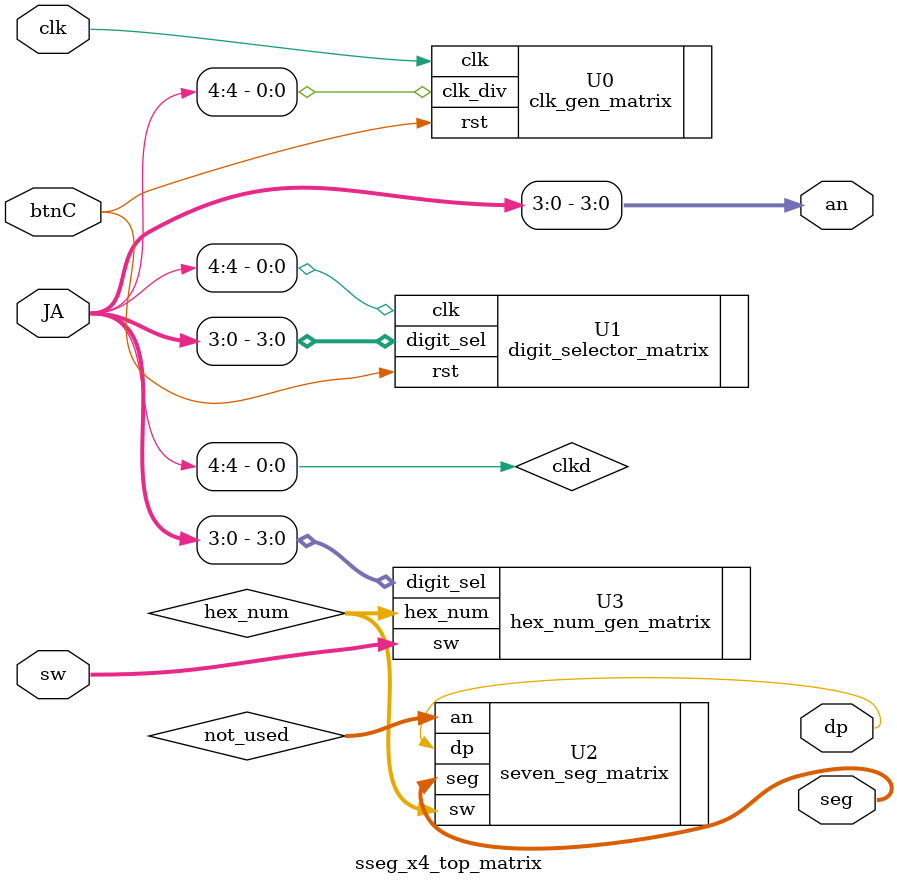
<source format=v>
`timescale 1ns / 1ps

module sseg_x4_top_matrix(
    input clk,
    input btnC,
    input [19:0] sw,
    output [6:0] seg,
    output [3:0] an,
    output dp,
    input [4:0] JA
    );
    
    wire clkd;          // for clk_gen, digit_selector
    wire [3:0]not_used; // for seven_seg
    wire [3:0]hex_num;  // for seven_seg, hex_num_gen
    
    assign an = JA[3:0];
    assign clkd = JA[4];
    
    clk_gen_matrix        U0 (.clk(clk), .rst(btnC), .clk_div(clkd));
    digit_selector_matrix U1 (.clk(clkd), .rst(btnC), .digit_sel(an)); 
    seven_seg_matrix      U2 (.sw(hex_num), .seg(seg), .an(not_used), .dp(dp));
    hex_num_gen_matrix    U3 (.digit_sel(an), .sw(sw), .hex_num(hex_num));
    
endmodule

</source>
